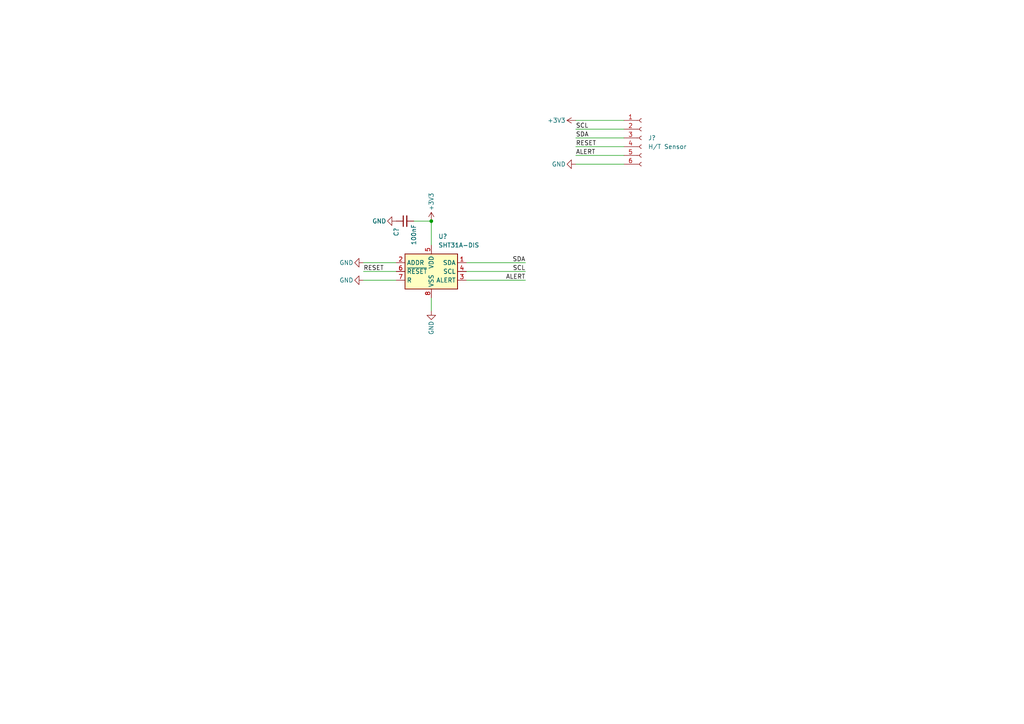
<source format=kicad_sch>
(kicad_sch (version 20211123) (generator eeschema)
  (paper "A4")
  (lib_symbols
    (symbol "Connector:Conn_01x06_Female" (pin_names (offset 1.016) hide)
      (property "Reference" "J" (at 0 7.62 0))
      (property "Value" "Conn_01x06_Female" (at 0 -10.16 0))
      (symbol "Conn_01x06_Female_1_1"
        (arc (start 0 -7.112) (mid -0.508 -7.62) (end 0 -8.128) (stroke (width 0.1524)))
        (arc (start 0 -4.572) (mid -0.508 -5.08) (end 0 -5.588) (stroke (width 0.1524)))
        (arc (start 0 -2.032) (mid -0.508 -2.54) (end 0 -3.048) (stroke (width 0.1524)))
        (polyline (pts (xy -1.27 -7.62) (xy -0.508 -7.62)) (stroke (width 0.1524)))
        (polyline (pts (xy -1.27 -5.08) (xy -0.508 -5.08)) (stroke (width 0.1524)))
        (polyline (pts (xy -1.27 -2.54) (xy -0.508 -2.54)) (stroke (width 0.1524)))
        (polyline (pts (xy -1.27 0) (xy -0.508 0)) (stroke (width 0.1524)))
        (polyline (pts (xy -1.27 2.54) (xy -0.508 2.54)) (stroke (width 0.1524)))
        (polyline (pts (xy -1.27 5.08) (xy -0.508 5.08)) (stroke (width 0.1524)))
        (arc (start 0 0.508) (mid -0.508 0) (end 0 -0.508) (stroke (width 0.1524)))
        (arc (start 0 3.048) (mid -0.508 2.54) (end 0 2.032) (stroke (width 0.1524)))
        (arc (start 0 5.588) (mid -0.508 5.08) (end 0 4.572) (stroke (width 0.1524)))
        (pin passive line (at -5.08 5.08 0) (length 3.81) (name "Pin_1") (number "1"))
        (pin passive line (at -5.08 2.54 0) (length 3.81) (name "Pin_2") (number "2"))
        (pin passive line (at -5.08 0 0) (length 3.81) (name "Pin_3") (number "3"))
        (pin passive line (at -5.08 -2.54 0) (length 3.81) (name "Pin_4") (number "4"))
        (pin passive line (at -5.08 -5.08 0) (length 3.81) (name "Pin_5") (number "5"))
        (pin passive line (at -5.08 -7.62 0) (length 3.81) (name "Pin_6") (number "6"))
      )
    )
    (symbol "Device:C_Small" (pin_numbers hide) (pin_names (offset 0.254) hide)
      (property "Reference" "C" (at 0.254 1.778 0))
      (property "Value" "C_Small" (at 0.254 -2.032 0))
      (symbol "C_Small_0_1"
        (polyline (pts (xy -1.524 -0.508) (xy 1.524 -0.508)) (stroke (width 0.3302)))
        (polyline (pts (xy -1.524 0.508) (xy 1.524 0.508)) (stroke (width 0.3048)))
      )
      (symbol "C_Small_1_1"
        (pin passive line (at 0 2.54 270) (length 2.032) (name "~") (number "1"))
        (pin passive line (at 0 -2.54 90) (length 2.032) (name "~") (number "2"))
      )
    )
    (symbol "Sensor_Humidity:SHT31A-DIS"
      (property "Reference" "U" (at -6.35 6.35 0))
      (property "Value" "SHT31A-DIS" (at 6.35 6.35 0))
      (symbol "SHT31A-DIS_0_1"
        (rectangle (start -7.62 5.08) (end 7.62 -5.08) (stroke (width 0.254)) (fill (type background)))
      )
      (symbol "SHT31A-DIS_1_1"
        (pin bidirectional line (at 10.16 2.54 180) (length 2.54) (name "SDA") (number "1"))
        (pin input line (at -10.16 2.54 0) (length 2.54) (name "ADDR") (number "2"))
        (pin output line (at 10.16 -2.54 180) (length 2.54) (name "ALERT") (number "3"))
        (pin input line (at 10.16 0 180) (length 2.54) (name "SCL") (number "4"))
        (pin power_in line (at 0 7.62 270) (length 2.54) (name "VDD") (number "5"))
        (pin input line (at -10.16 0 0) (length 2.54) (name "~{RESET}") (number "6"))
        (pin passive line (at -10.16 -2.54 0) (length 2.54) (name "R") (number "7"))
        (pin power_in line (at 0 -7.62 90) (length 2.54) (name "VSS") (number "8"))
        (pin passive line (at 0 -7.62 90) (length 2.54) hide (name "VSS") (number "9"))
      )
    )
    (symbol "power:+3V3" (power) (pin_names (offset 0))
      (property "Value" "+3V3" (at 0 3.556 0))
      (symbol "+3V3_0_1"
        (polyline (pts (xy -0.762 1.27) (xy 0 2.54)))
        (polyline (pts (xy 0 0) (xy 0 2.54)))
        (polyline (pts (xy 0 2.54) (xy 0.762 1.27)))
      )
      (symbol "+3V3_1_1"
        (pin power_in line (at 0 0 90) (length 0) hide (name "+3V3") (number "1"))
      )
    )
    (symbol "power:GND" (power) (pin_names (offset 0))
      (property "Value" "GND" (at 0 -3.81 0))
      (symbol "GND_0_1"
        (polyline (pts (xy 0 0) (xy 0 -1.27) (xy 1.27 -1.27) (xy 0 -2.54) (xy -1.27 -1.27) (xy 0 -1.27)))
      )
      (symbol "GND_1_1"
        (pin power_in line (at 0 0 270) (length 0) hide (name "GND") (number "1"))
      )
    )
  )
  (junction (at 125.095 64.135))
  (wire (pts (xy 125.095 86.36) (xy 125.095 90.17)))
  (wire (pts (xy 167.005 47.625) (xy 180.975 47.625)))
  (wire (pts (xy 167.005 40.005) (xy 180.975 40.005)))
  (wire (pts (xy 167.005 34.925) (xy 180.975 34.925)))
  (wire (pts (xy 125.095 64.135) (xy 120.015 64.135)))
  (wire (pts (xy 135.255 76.2) (xy 152.4 76.2)))
  (wire (pts (xy 135.255 81.28) (xy 152.4 81.28)))
  (wire (pts (xy 167.005 42.545) (xy 180.975 42.545)))
  (wire (pts (xy 105.41 81.28) (xy 114.935 81.28)))
  (wire (pts (xy 105.41 76.2) (xy 114.935 76.2)))
  (wire (pts (xy 167.005 45.085) (xy 180.975 45.085)))
  (wire (pts (xy 167.005 37.465) (xy 180.975 37.465)))
  (wire (pts (xy 125.095 71.12) (xy 125.095 64.135)))
  (wire (pts (xy 105.41 78.74) (xy 114.935 78.74)))
  (wire (pts (xy 135.255 78.74) (xy 152.4 78.74)))
  (label "SDA" (at 167.005 40.005 0))
  (label "SCL" (at 152.4 78.74 180))
  (label "RESET" (at 167.005 42.545 0))
  (label "SCL" (at 167.005 37.465 0))
  (label "SDA" (at 152.4 76.2 180))
  (label "RESET" (at 105.41 78.74 0))
  (label "ALERT" (at 152.4 81.28 180))
  (label "ALERT" (at 167.005 45.085 0))
  (symbol (lib_id "power:GND") (at 114.935 64.135 270) (mirror x) (unit 1)
    (property "Reference" "#PWR?" (effects hide))
    (property "Value" "GND" (at 107.95 64.135 90) (effects (justify left)))
  )
  (symbol (lib_id "power:GND") (at 105.41 81.28 270) (mirror x) (unit 1)
    (property "Reference" "#PWR?" (effects hide))
    (property "Value" "GND" (at 98.425 81.28 90) (effects (justify left)))
  )
  (symbol (lib_id "Connector:Conn_01x06_Female") (at 186.055 40.005 0) (unit 1)
    (property "Reference" "J?" (at 187.96 40.0049 0) (effects (justify left)))
    (property "Value" "H/T Sensor" (at 187.96 42.5449 0) (effects (justify left)))
    (property "Footprint" "Connector_JST:JST_PH_S6B-PH-SM4-TB_1x06-1MP_P2.00mm_Horizontal" (effects hide))
  )
  (symbol (lib_id "Sensor_Humidity:SHT31A-DIS") (at 125.095 78.74 0) (unit 1)
    (property "Reference" "U?" (at 127.1144 68.58 0) (effects (justify left)))
    (property "Value" "SHT31A-DIS" (at 127.1144 71.12 0) (effects (justify left)))
    (property "Footprint" "Sensor_Humidity:Sensirion_DFN-8-1EP_2.5x2.5mm_P0.5mm_EP1.1x1.7mm" (effects hide))
    (property "Datasheet" "https://www.sensirion.com/fileadmin/user_upload/customers/sensirion/Dokumente/2_Humidity_Sensors/Datasheets/Sensirion_Humidity_Sensors_SHT3xA_Datasheet.pdf" (effects hide))
  )
  (symbol (lib_id "power:GND") (at 125.095 90.17 0) (mirror y) (unit 1)
    (property "Reference" "#PWR?" (effects hide))
    (property "Value" "GND" (at 125.095 97.155 90) (effects (justify left)))
  )
  (symbol (lib_id "power:GND") (at 167.005 47.625 270) (mirror x) (unit 1)
    (property "Reference" "#PWR?" (effects hide))
    (property "Value" "GND" (at 160.02 47.625 90) (effects (justify left)))
  )
  (symbol (lib_id "power:+3V3") (at 125.095 64.135 0) (unit 1)
    (property "Reference" "#PWR?" (effects hide))
    (property "Value" "+3V3" (at 125.095 55.88 90) (effects (justify right)))
  )
  (symbol (lib_id "power:GND") (at 105.41 76.2 270) (mirror x) (unit 1)
    (property "Reference" "#PWR?" (effects hide))
    (property "Value" "GND" (at 98.425 76.2 90) (effects (justify left)))
  )
  (symbol (lib_id "power:+3V3") (at 167.005 34.925 90) (unit 1)
    (property "Reference" "#PWR?" (effects hide))
    (property "Value" "+3V3" (at 158.75 34.925 90) (effects (justify right)))
  )
  (symbol (lib_id "Device:C_Small") (at 117.475 64.135 90) (unit 1)
    (property "Reference" "C?" (at 114.935 68.58 0) (effects (justify left)))
    (property "Value" "100nF" (at 120.015 71.12 0) (effects (justify left)))
    (property "Footprint" "Capacitor_SMD:C_0805_2012Metric" (effects hide))
  )
)
</source>
